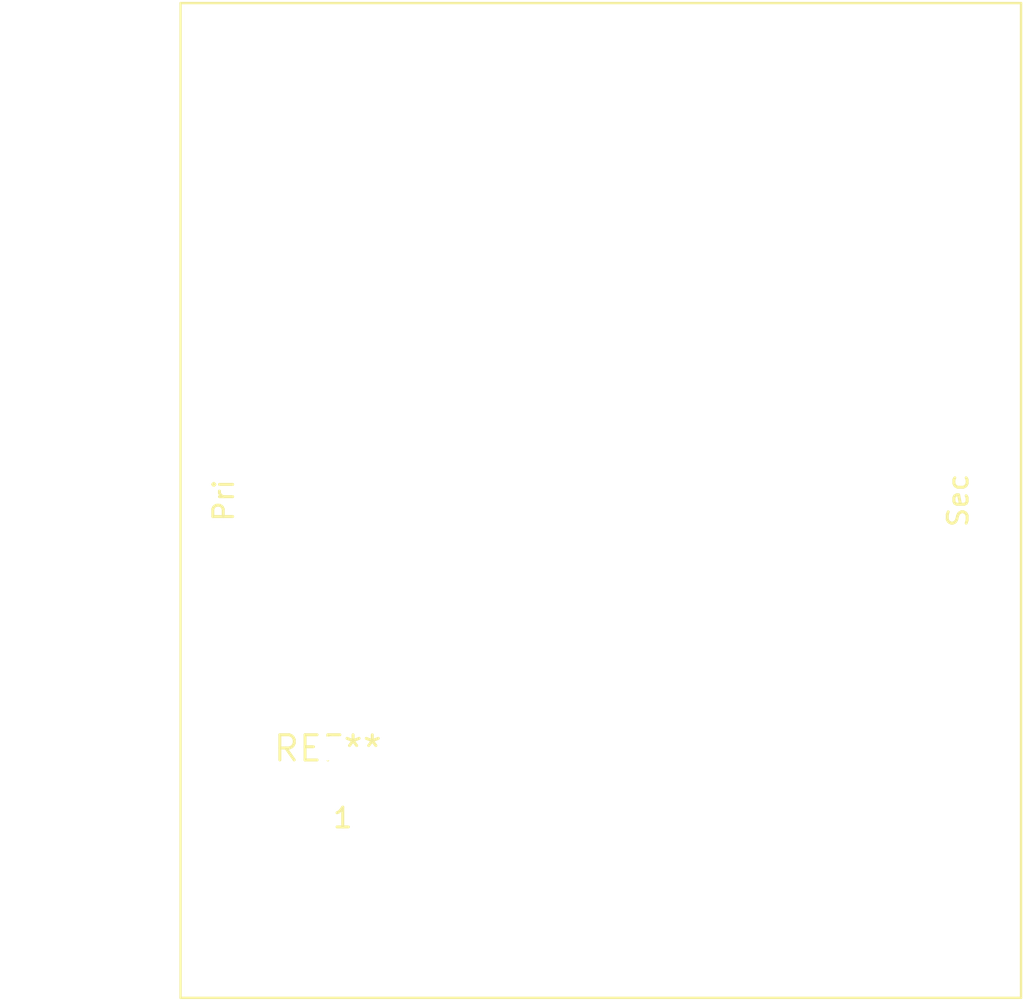
<source format=kicad_pcb>
(kicad_pcb (version 20240108) (generator pcbnew)
  (layers (0 "F.Cu" signal) (31 "B.Cu" signal) (34 "B.Paste" user) (35 "F.Paste" user) (36 "B.SilkS" user "B.Silkscreen") (37 "F.SilkS" user "F.Silkscreen") (38 "B.Mask" user) (39 "F.Mask" user) (44 "Edge.Cuts" user))
  (net 0 "")
  (footprint "Transformer_CHK_EI48-8VA_1xSec" (layer "F.Cu") (at 0 0)
    (property "Reference" "REF**")
    (property "Value" "Transformer_CHK_EI48-8VA_1xSec")
    (fp_line (start -7.42 -37.57) (end -7.42 12.57) (layer "F.SilkS") (stroke (width 0.12)))
    (fp_line (start -7.42 -37.57) (end 34.92 -37.57) (layer "F.SilkS") (stroke (width 0.12)))
    (fp_line (start 34.92 12.57) (end -7.42 12.57) (layer "F.SilkS") (stroke (width 0.12)))
    (fp_line (start 34.92 12.57) (end 34.92 -37.57) (layer "F.SilkS") (stroke (width 0.12)))
    (fp_text user "1" (at 0.75 3.5 0) (layer "F.SilkS"))
    (fp_text user "Sec" (at 31.75 -12.5 90) (layer "F.SilkS"))
    (fp_text user "Pri" (at -5.25 -12.5 90) (layer "F.SilkS"))
    (pad "1" thru_hole circle (at 0 0) (size 3 3) (drill 1.2) (layers *.Cu *.Mask) (remove_unused_layers))
    (pad "2" thru_hole circle (at 0 -5) (size 3 3) (drill 1.2) (layers *.Cu *.Mask) (remove_unused_layers))
    (pad "3" thru_hole circle (at 0 -10) (size 3 3) (drill 1.2) (layers *.Cu *.Mask) (remove_unused_layers))
    (pad "4" thru_hole circle (at 0 -15) (size 3 3) (drill 1.2) (layers *.Cu *.Mask) (remove_unused_layers))
    (pad "5" thru_hole circle (at 0 -20) (size 3 3) (drill 1.2) (layers *.Cu *.Mask) (remove_unused_layers))
    (pad "6" thru_hole circle (at 0 -25.05) (size 3 3) (drill 1.2) (layers *.Cu *.Mask) (remove_unused_layers))
    (pad "7" thru_hole circle (at 27.5 -25) (size 3 3) (drill 1.2) (layers *.Cu *.Mask) (remove_unused_layers))
    (pad "8" thru_hole circle (at 27.5 -20) (size 3 3) (drill 1.2) (layers *.Cu *.Mask) (remove_unused_layers))
    (pad "9" thru_hole circle (at 27.5 -15) (size 3 3) (drill 1.2) (layers *.Cu *.Mask) (remove_unused_layers))
    (pad "10" thru_hole circle (at 27.5 -10) (size 3 3) (drill 1.2) (layers *.Cu *.Mask) (remove_unused_layers))
    (pad "11" thru_hole circle (at 27.5 -5) (size 3 3) (drill 1.2) (layers *.Cu *.Mask) (remove_unused_layers))
    (pad "12" thru_hole circle (at 27.5 0) (size 3 3) (drill 1.2) (layers *.Cu *.Mask) (remove_unused_layers))
  )
)
</source>
